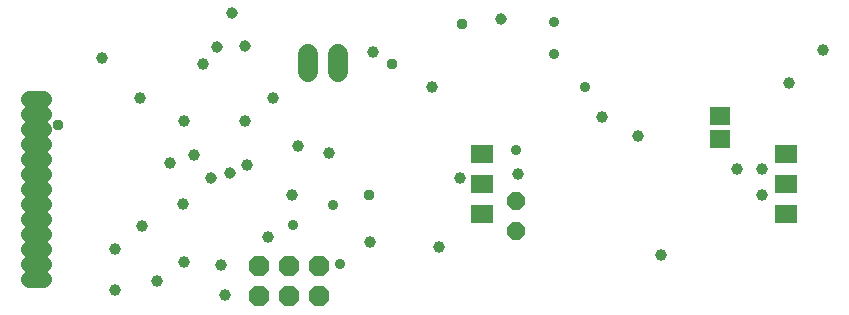
<source format=gbs>
G75*
%MOIN*%
%OFA0B0*%
%FSLAX25Y25*%
%IPPOS*%
%LPD*%
%AMOC8*
5,1,8,0,0,1.08239X$1,22.5*
%
%ADD10OC8,0.06800*%
%ADD11C,0.05556*%
%ADD12C,0.06800*%
%ADD13R,0.07493X0.05918*%
%ADD14R,0.06706X0.05918*%
%ADD15OC8,0.06000*%
%ADD16C,0.03700*%
%ADD17C,0.03900*%
%ADD18C,0.03581*%
%ADD19C,0.03850*%
D10*
X0100406Y0015167D03*
X0110406Y0015167D03*
X0120406Y0015167D03*
X0120406Y0025167D03*
X0110406Y0025167D03*
X0100406Y0025167D03*
D11*
X0028471Y0020957D02*
X0023715Y0020957D01*
X0023715Y0025957D02*
X0028471Y0025957D01*
X0028471Y0030957D02*
X0023715Y0030957D01*
X0023715Y0035957D02*
X0028471Y0035957D01*
X0028471Y0040957D02*
X0023715Y0040957D01*
X0023715Y0045957D02*
X0028471Y0045957D01*
X0028471Y0050957D02*
X0023715Y0050957D01*
X0023715Y0055957D02*
X0028471Y0055957D01*
X0028471Y0060957D02*
X0023715Y0060957D01*
X0023715Y0065957D02*
X0028471Y0065957D01*
X0028471Y0070957D02*
X0023715Y0070957D01*
X0023715Y0075957D02*
X0028471Y0075957D01*
X0028471Y0080957D02*
X0023715Y0080957D01*
D12*
X0116979Y0090077D02*
X0116979Y0096077D01*
X0126979Y0096077D02*
X0126979Y0090077D01*
D13*
X0174889Y0062808D03*
X0174889Y0052808D03*
X0174889Y0042808D03*
X0276071Y0042808D03*
X0276071Y0052808D03*
X0276071Y0062808D03*
D14*
X0254180Y0067782D03*
X0254180Y0075262D03*
D15*
X0186280Y0047122D03*
X0186280Y0037122D03*
D16*
X0137280Y0049122D03*
X0144980Y0092522D03*
X0168080Y0105822D03*
X0033680Y0072222D03*
D17*
X0060980Y0081322D03*
X0075680Y0073622D03*
X0095980Y0073622D03*
X0105080Y0081322D03*
X0081980Y0092522D03*
X0048122Y0094490D03*
X0113480Y0065222D03*
X0123980Y0063122D03*
X0096680Y0058922D03*
X0078780Y0062322D03*
X0070780Y0059622D03*
X0075280Y0046022D03*
X0061680Y0038622D03*
X0052580Y0030922D03*
X0066580Y0020422D03*
X0075480Y0026522D03*
X0087886Y0025593D03*
X0089067Y0015750D03*
X0052452Y0017325D03*
X0103680Y0035122D03*
X0111380Y0049122D03*
X0137492Y0033467D03*
X0160380Y0031622D03*
X0167380Y0054722D03*
X0186980Y0056122D03*
X0226880Y0068722D03*
X0214980Y0075022D03*
X0259780Y0057522D03*
X0268180Y0057522D03*
X0268180Y0049122D03*
X0234580Y0028822D03*
X0158280Y0084822D03*
X0138680Y0096722D03*
X0277280Y0086222D03*
X0288480Y0097422D03*
D18*
X0209287Y0084871D03*
X0198787Y0096071D03*
X0198787Y0106571D03*
X0186187Y0063871D03*
X0125287Y0045671D03*
X0111801Y0038878D03*
X0127649Y0025986D03*
D19*
X0084480Y0054622D03*
X0090980Y0056322D03*
X0086480Y0098322D03*
X0095980Y0098722D03*
X0091380Y0109522D03*
X0181180Y0107722D03*
M02*

</source>
